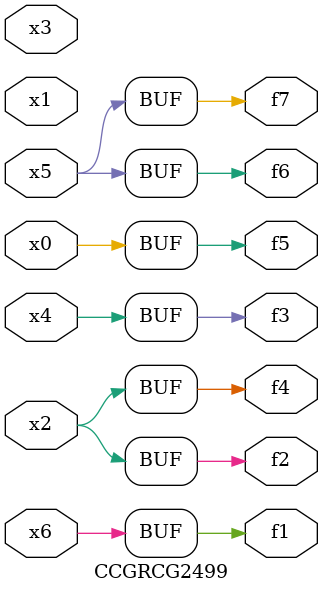
<source format=v>
module CCGRCG2499(
	input x0, x1, x2, x3, x4, x5, x6,
	output f1, f2, f3, f4, f5, f6, f7
);
	assign f1 = x6;
	assign f2 = x2;
	assign f3 = x4;
	assign f4 = x2;
	assign f5 = x0;
	assign f6 = x5;
	assign f7 = x5;
endmodule

</source>
